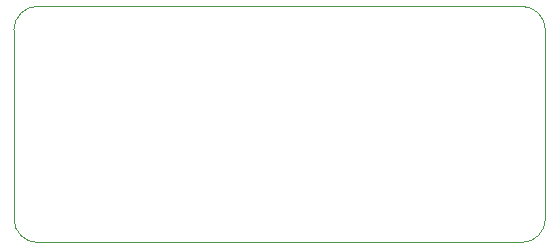
<source format=gbr>
%TF.GenerationSoftware,KiCad,Pcbnew,7.0.7*%
%TF.CreationDate,2024-12-21T21:28:54+01:00*%
%TF.ProjectId,servo_board,73657276-6f5f-4626-9f61-72642e6b6963,1.0*%
%TF.SameCoordinates,Original*%
%TF.FileFunction,Profile,NP*%
%FSLAX46Y46*%
G04 Gerber Fmt 4.6, Leading zero omitted, Abs format (unit mm)*
G04 Created by KiCad (PCBNEW 7.0.7) date 2024-12-21 21:28:54*
%MOMM*%
%LPD*%
G01*
G04 APERTURE LIST*
%TA.AperFunction,Profile*%
%ADD10C,0.100000*%
%TD*%
G04 APERTURE END LIST*
D10*
X77000000Y-51000000D02*
X118000000Y-51000000D01*
X75000000Y-69000000D02*
X75000000Y-53000000D01*
X118000000Y-71000000D02*
X77000000Y-71000000D01*
X120000000Y-53000000D02*
X120000000Y-69000000D01*
X120000000Y-53000000D02*
G75*
G03*
X118000000Y-51000000I-2000000J0D01*
G01*
X118000000Y-71000000D02*
G75*
G03*
X120000000Y-69000000I0J2000000D01*
G01*
X75000000Y-69000000D02*
G75*
G03*
X77000000Y-71000000I2000000J0D01*
G01*
X77000000Y-51000000D02*
G75*
G03*
X75000000Y-53000000I0J-2000000D01*
G01*
M02*

</source>
